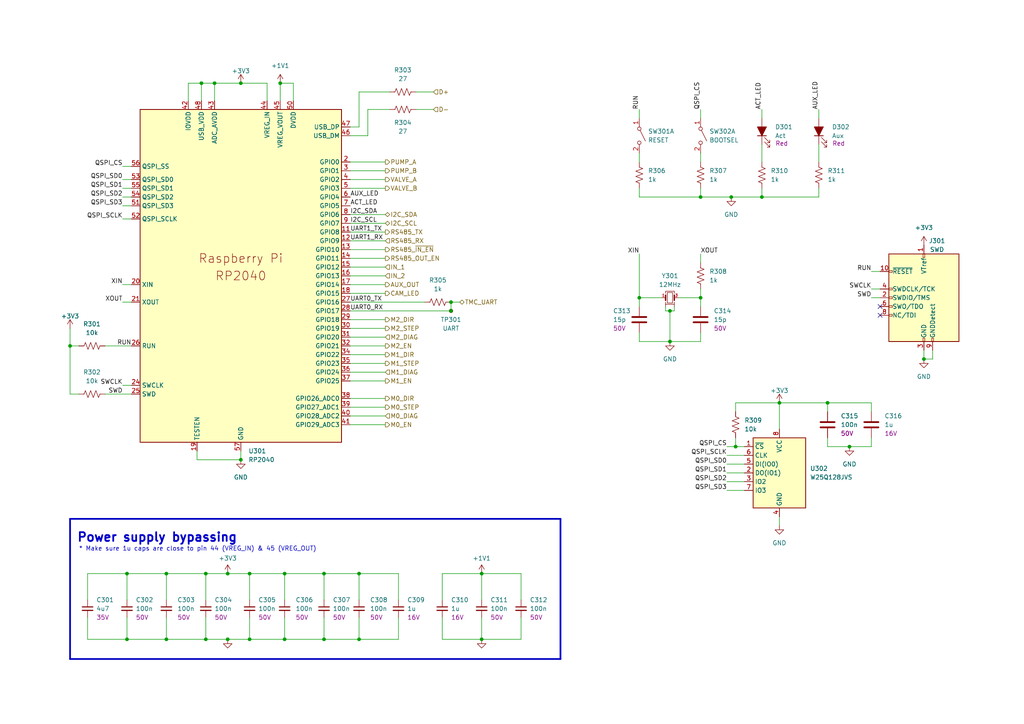
<source format=kicad_sch>
(kicad_sch (version 20230121) (generator eeschema)
  (paper "A4")
  (lib_symbols
    (symbol "Connector:Conn_ARM_JTAG_SWD_10" (pin_names (offset 1.016))
      (property "Reference" "J" (at -2.54 16.51 0))
      (property "Value" "Conn_ARM_JTAG_SWD_10" (at -2.54 13.97 0))
      (symbol "Conn_ARM_JTAG_SWD_10_0_1"
        (rectangle (start -10.16 12.7) (end 10.16 -12.7) (stroke (width 0.254)) (fill (type background)))
        (rectangle (start -2.794 -12.7) (end -2.286 -11.684))
        (rectangle (start -0.254 -12.7) (end 0.254 -11.684))
        (rectangle (start -0.254 12.7) (end 0.254 11.684))
        (rectangle (start 9.144 2.286) (end 10.16 2.794))
        (rectangle (start 10.16 -2.794) (end 9.144 -2.286))
        (rectangle (start 10.16 -0.254) (end 9.144 0.254))
        (rectangle (start 10.16 7.874) (end 9.144 7.366))
      )
      (symbol "Conn_ARM_JTAG_SWD_10_1_1"
        (rectangle (start 9.144 -5.334) (end 10.16 -4.826))
        (pin power_in line (at 0 15.24 270) (length 2.54) (name "VTref") (number "1"))
        (pin open_collector line (at 12.7 7.62 180) (length 2.54) (name "~{RESET}") (number "10"))
        (pin bidirectional line (at 12.7 0 180) (length 2.54) (name "SWDIO/TMS") (number "2"))
        (pin power_in line (at 0 -15.24 90) (length 2.54) (name "GND") (number "3"))
        (pin output line (at 12.7 2.54 180) (length 2.54) (name "SWDCLK/TCK") (number "4"))
        (pin passive line (at 0 -15.24 90) (length 2.54) hide (name "GND") (number "5"))
        (pin input line (at 12.7 -2.54 180) (length 2.54) (name "SWO/TDO") (number "6"))
        (pin no_connect line (at -10.16 0 0) (length 2.54) hide (name "KEY") (number "7"))
        (pin output line (at 12.7 -5.08 180) (length 2.54) (name "NC/TDI") (number "8"))
        (pin passive line (at -2.54 -15.24 90) (length 2.54) (name "GNDDetect") (number "9"))
      )
    )
    (symbol "Connector:TestPoint_Small" (pin_numbers hide) (pin_names (offset 0.762) hide)
      (property "Reference" "TP" (at 0 3.81 0))
      (property "Value" "TestPoint_Small" (at 0 2.032 0))
      (symbol "TestPoint_Small_0_1"
        (circle (center 0 0) (radius 0.508))
      )
      (symbol "TestPoint_Small_1_1"
        (pin passive line (at 0 0 90) (length 0) (name "1") (number "1"))
      )
    )
    (symbol "Device:C" (pin_numbers hide) (pin_names (offset 0.254))
      (property "Reference" "C" (at 0.635 2.54 0))
      (property "Value" "C" (at 0.635 -2.54 0))
      (symbol "C_0_1"
        (polyline (pts (xy -2.032 -0.762) (xy 2.032 -0.762)) (stroke (width 0.508)))
        (polyline (pts (xy -2.032 0.762) (xy 2.032 0.762)) (stroke (width 0.508)))
      )
      (symbol "C_1_1"
        (pin passive line (at 0 3.81 270) (length 2.794) (name "~") (number "1"))
        (pin passive line (at 0 -3.81 90) (length 2.794) (name "~") (number "2"))
      )
    )
    (symbol "Device:C_Small" (pin_numbers hide) (pin_names (offset 0.254) hide)
      (property "Reference" "C" (at 0.254 1.778 0))
      (property "Value" "C_Small" (at 0.254 -2.032 0))
      (symbol "C_Small_0_1"
        (polyline (pts (xy -1.524 -0.508) (xy 1.524 -0.508)) (stroke (width 0.3302)))
        (polyline (pts (xy -1.524 0.508) (xy 1.524 0.508)) (stroke (width 0.3048)))
      )
      (symbol "C_Small_1_1"
        (pin passive line (at 0 2.54 270) (length 2.032) (name "~") (number "1"))
        (pin passive line (at 0 -2.54 90) (length 2.032) (name "~") (number "2"))
      )
    )
    (symbol "Device:LED_Filled" (pin_numbers hide) (pin_names (offset 1.016) hide)
      (property "Reference" "D" (at 0 2.54 0))
      (property "Value" "LED_Filled" (at 0 -2.54 0))
      (symbol "LED_Filled_0_1"
        (polyline (pts (xy -1.27 -1.27) (xy -1.27 1.27)) (stroke (width 0.254)))
        (polyline (pts (xy -1.27 0) (xy 1.27 0)))
        (polyline (pts (xy 1.27 -1.27) (xy 1.27 1.27) (xy -1.27 0) (xy 1.27 -1.27)) (stroke (width 0.254)) (fill (type outline)))
        (polyline (pts (xy -3.048 -0.762) (xy -4.572 -2.286) (xy -3.81 -2.286) (xy -4.572 -2.286) (xy -4.572 -1.524)))
        (polyline (pts (xy -1.778 -0.762) (xy -3.302 -2.286) (xy -2.54 -2.286) (xy -3.302 -2.286) (xy -3.302 -1.524)))
      )
      (symbol "LED_Filled_1_1"
        (pin passive line (at -3.81 0 0) (length 2.54) (name "K") (number "1"))
        (pin passive line (at 3.81 0 180) (length 2.54) (name "A") (number "2"))
      )
    )
    (symbol "Device:R_US" (pin_numbers hide) (pin_names (offset 0))
      (property "Reference" "R" (at 2.54 0 90))
      (property "Value" "R_US" (at -2.54 0 90))
      (symbol "R_US_0_1"
        (polyline (pts (xy 0 -2.286) (xy 0 -2.54)))
        (polyline (pts (xy 0 2.286) (xy 0 2.54)))
        (polyline (pts (xy 0 -0.762) (xy 1.016 -1.143) (xy 0 -1.524) (xy -1.016 -1.905) (xy 0 -2.286)))
        (polyline (pts (xy 0 0.762) (xy 1.016 0.381) (xy 0 0) (xy -1.016 -0.381) (xy 0 -0.762)))
        (polyline (pts (xy 0 2.286) (xy 1.016 1.905) (xy 0 1.524) (xy -1.016 1.143) (xy 0 0.762)))
      )
      (symbol "R_US_1_1"
        (pin passive line (at 0 3.81 270) (length 1.27) (name "~") (number "1"))
        (pin passive line (at 0 -3.81 90) (length 1.27) (name "~") (number "2"))
      )
    )
    (symbol "Droid:Crystal_12MHz_4Pin" (pin_names hide)
      (property "Reference" "Y" (at 0 5.08 0))
      (property "Value" "12MHz" (at 0 0 0))
      (symbol "Crystal_12MHz_4Pin_0_1"
        (rectangle (start -0.762 -1.524) (end 0.762 1.524))
        (polyline (pts (xy -1.27 -0.762) (xy -1.27 0.762)) (stroke (width 0.381)))
        (polyline (pts (xy 1.27 -0.762) (xy 1.27 0.762)) (stroke (width 0.381)))
        (polyline (pts (xy -1.27 -1.27) (xy -1.27 -1.905) (xy 1.27 -1.905) (xy 1.27 -1.27)))
        (polyline (pts (xy -1.27 1.27) (xy -1.27 1.905) (xy 1.27 1.905) (xy 1.27 1.27)))
      )
      (symbol "Crystal_12MHz_4Pin_1_1"
        (pin passive line (at -2.54 0 0) (length 1.27) (name "1") (number "1"))
        (pin passive line (at -1.27 -2.54 90) (length 0.635) (name "2") (number "2"))
        (pin passive line (at 2.54 0 180) (length 1.27) (name "3") (number "3"))
        (pin passive line (at 1.27 -2.54 90) (length 0.635) (name "4") (number "4"))
      )
    )
    (symbol "Droid:RP2040"
      (property "Reference" "U" (at 2.54 -50.8 0))
      (property "Value" "RP2040" (at 2.54 -53.34 0))
      (symbol "RP2040_0_0"
        (text "Raspberry Pi" (at 0 5.08 0) (effects (font (size 2.54 2.54))))
        (text "RP2040" (at 0 0 0) (effects (font (size 2.54 2.54))))
      )
      (symbol "RP2040_0_1"
        (rectangle (start -29.21 48.26) (end 29.21 -48.26) (stroke (width 0.254)) (fill (type background)))
      )
      (symbol "RP2040_1_1"
        (pin power_in line (at -15.24 50.8 270) (length 2.54) hide (name "IOVDD") (number "1"))
        (pin power_in line (at -15.24 50.8 270) (length 2.54) hide (name "IOVDD") (number "10"))
        (pin bidirectional line (at 31.75 12.7 180) (length 2.54) (name "GPIO8") (number "11"))
        (pin bidirectional line (at 31.75 10.16 180) (length 2.54) (name "GPIO9") (number "12"))
        (pin bidirectional line (at 31.75 7.62 180) (length 2.54) (name "GPIO10") (number "13"))
        (pin bidirectional line (at 31.75 5.08 180) (length 2.54) (name "GPIO11") (number "14"))
        (pin bidirectional line (at 31.75 2.54 180) (length 2.54) (name "GPIO12") (number "15"))
        (pin bidirectional line (at 31.75 0 180) (length 2.54) (name "GPIO13") (number "16"))
        (pin bidirectional line (at 31.75 -2.54 180) (length 2.54) (name "GPIO14") (number "17"))
        (pin bidirectional line (at 31.75 -5.08 180) (length 2.54) (name "GPIO15") (number "18"))
        (pin passive line (at -12.7 -50.8 90) (length 2.54) (name "TESTEN") (number "19"))
        (pin bidirectional line (at 31.75 33.02 180) (length 2.54) (name "GPIO0") (number "2"))
        (pin input line (at -31.75 -2.54 0) (length 2.54) (name "XIN") (number "20"))
        (pin passive line (at -31.75 -7.62 0) (length 2.54) (name "XOUT") (number "21"))
        (pin power_in line (at -15.24 50.8 270) (length 2.54) hide (name "IOVDD") (number "22"))
        (pin power_in line (at 15.24 50.8 270) (length 2.54) hide (name "DVDD") (number "23"))
        (pin input line (at -31.75 -31.75 0) (length 2.54) (name "SWCLK") (number "24"))
        (pin bidirectional line (at -31.75 -34.29 0) (length 2.54) (name "SWD") (number "25"))
        (pin input line (at -31.75 -20.32 0) (length 2.54) (name "RUN") (number "26"))
        (pin bidirectional line (at 31.75 -7.62 180) (length 2.54) (name "GPIO16") (number "27"))
        (pin bidirectional line (at 31.75 -10.16 180) (length 2.54) (name "GPIO17") (number "28"))
        (pin bidirectional line (at 31.75 -12.7 180) (length 2.54) (name "GPIO18") (number "29"))
        (pin bidirectional line (at 31.75 30.48 180) (length 2.54) (name "GPIO1") (number "3"))
        (pin bidirectional line (at 31.75 -15.24 180) (length 2.54) (name "GPIO19") (number "30"))
        (pin bidirectional line (at 31.75 -17.78 180) (length 2.54) (name "GPIO20") (number "31"))
        (pin bidirectional line (at 31.75 -20.32 180) (length 2.54) (name "GPIO21") (number "32"))
        (pin power_in line (at -15.24 50.8 270) (length 2.54) hide (name "IOVDD") (number "33"))
        (pin bidirectional line (at 31.75 -22.86 180) (length 2.54) (name "GPIO22") (number "34"))
        (pin bidirectional line (at 31.75 -25.4 180) (length 2.54) (name "GPIO23") (number "35"))
        (pin bidirectional line (at 31.75 -27.94 180) (length 2.54) (name "GPIO24") (number "36"))
        (pin bidirectional line (at 31.75 -30.48 180) (length 2.54) (name "GPIO25") (number "37"))
        (pin bidirectional line (at 31.75 -35.56 180) (length 2.54) (name "GPIO26_ADC0") (number "38"))
        (pin bidirectional line (at 31.75 -38.1 180) (length 2.54) (name "GPIO27_ADC1") (number "39"))
        (pin bidirectional line (at 31.75 27.94 180) (length 2.54) (name "GPIO2") (number "4"))
        (pin bidirectional line (at 31.75 -40.64 180) (length 2.54) (name "GPIO28_ADC2") (number "40"))
        (pin bidirectional line (at 31.75 -43.18 180) (length 2.54) (name "GPIO29_ADC3") (number "41"))
        (pin power_in line (at -15.24 50.8 270) (length 2.54) (name "IOVDD") (number "42"))
        (pin power_in line (at -7.62 50.8 270) (length 2.54) (name "ADC_AVDD") (number "43"))
        (pin power_in line (at 7.62 50.8 270) (length 2.54) (name "VREG_IN") (number "44"))
        (pin power_out line (at 11.43 50.8 270) (length 2.54) (name "VREG_VOUT") (number "45"))
        (pin bidirectional line (at 31.75 40.64 180) (length 2.54) (name "USB_DM") (number "46"))
        (pin bidirectional line (at 31.75 43.18 180) (length 2.54) (name "USB_DP") (number "47"))
        (pin power_in line (at -11.43 50.8 270) (length 2.54) (name "USB_VDD") (number "48"))
        (pin power_in line (at -15.24 50.8 270) (length 2.54) hide (name "IOVDD") (number "49"))
        (pin bidirectional line (at 31.75 25.4 180) (length 2.54) (name "GPIO3") (number "5"))
        (pin power_in line (at 15.24 50.8 270) (length 2.54) (name "DVDD") (number "50"))
        (pin bidirectional line (at -31.75 20.32 0) (length 2.54) (name "QSPI_SD3") (number "51"))
        (pin output line (at -31.75 16.51 0) (length 2.54) (name "QSPI_SCLK") (number "52"))
        (pin bidirectional line (at -31.75 27.94 0) (length 2.54) (name "QSPI_SD0") (number "53"))
        (pin bidirectional line (at -31.75 22.86 0) (length 2.54) (name "QSPI_SD2") (number "54"))
        (pin bidirectional line (at -31.75 25.4 0) (length 2.54) (name "QSPI_SD1") (number "55"))
        (pin bidirectional line (at -31.75 31.75 0) (length 2.54) (name "QSPI_SS") (number "56"))
        (pin power_in line (at 0 -50.8 90) (length 2.54) (name "GND") (number "57"))
        (pin bidirectional line (at 31.75 22.86 180) (length 2.54) (name "GPIO4") (number "6"))
        (pin bidirectional line (at 31.75 20.32 180) (length 2.54) (name "GPIO5") (number "7"))
        (pin bidirectional line (at 31.75 17.78 180) (length 2.54) (name "GPIO6") (number "8"))
        (pin bidirectional line (at 31.75 15.24 180) (length 2.54) (name "GPIO7") (number "9"))
      )
    )
    (symbol "Memory_Flash:W25Q128JVS"
      (property "Reference" "U" (at -8.89 8.89 0))
      (property "Value" "W25Q128JVS" (at 7.62 8.89 0))
      (symbol "W25Q128JVS_0_1"
        (rectangle (start -7.62 10.16) (end 7.62 -10.16) (stroke (width 0.254)) (fill (type background)))
      )
      (symbol "W25Q128JVS_1_1"
        (pin input line (at -10.16 7.62 0) (length 2.54) (name "~{CS}") (number "1"))
        (pin bidirectional line (at -10.16 0 0) (length 2.54) (name "DO(IO1)") (number "2"))
        (pin bidirectional line (at -10.16 -2.54 0) (length 2.54) (name "IO2") (number "3"))
        (pin power_in line (at 0 -12.7 90) (length 2.54) (name "GND") (number "4"))
        (pin bidirectional line (at -10.16 2.54 0) (length 2.54) (name "DI(IO0)") (number "5"))
        (pin input line (at -10.16 5.08 0) (length 2.54) (name "CLK") (number "6"))
        (pin bidirectional line (at -10.16 -5.08 0) (length 2.54) (name "IO3") (number "7"))
        (pin power_in line (at 0 12.7 270) (length 2.54) (name "VCC") (number "8"))
      )
    )
    (symbol "Switch:SW_DPST_x2" (pin_names (offset 0) hide)
      (property "Reference" "SW" (at 0 3.175 0))
      (property "Value" "SW_DPST_x2" (at 0 -2.54 0))
      (symbol "SW_DPST_x2_0_0"
        (circle (center -2.032 0) (radius 0.508))
        (polyline (pts (xy -1.524 0.254) (xy 1.524 1.778)))
        (circle (center 2.032 0) (radius 0.508))
      )
      (symbol "SW_DPST_x2_1_1"
        (pin passive line (at -5.08 0 0) (length 2.54) (name "A") (number "1"))
        (pin passive line (at 5.08 0 180) (length 2.54) (name "B") (number "2"))
      )
      (symbol "SW_DPST_x2_2_1"
        (pin passive line (at -5.08 0 0) (length 2.54) (name "A") (number "3"))
        (pin passive line (at 5.08 0 180) (length 2.54) (name "B") (number "4"))
      )
    )
    (symbol "power:+1V1" (power) (pin_names (offset 0))
      (property "Value" "+1V1" (at 0 3.556 0))
      (symbol "+1V1_0_1"
        (polyline (pts (xy -0.762 1.27) (xy 0 2.54)))
        (polyline (pts (xy 0 0) (xy 0 2.54)))
        (polyline (pts (xy 0 2.54) (xy 0.762 1.27)))
      )
      (symbol "+1V1_1_1"
        (pin power_in line (at 0 0 90) (length 0) hide (name "+1V1") (number "1"))
      )
    )
    (symbol "power:+3V3" (power) (pin_names (offset 0))
      (property "Value" "+3V3" (at 0 3.556 0))
      (symbol "+3V3_0_1"
        (polyline (pts (xy -0.762 1.27) (xy 0 2.54)))
        (polyline (pts (xy 0 0) (xy 0 2.54)))
        (polyline (pts (xy 0 2.54) (xy 0.762 1.27)))
      )
      (symbol "+3V3_1_1"
        (pin power_in line (at 0 0 90) (length 0) hide (name "+3V3") (number "1"))
      )
    )
    (symbol "power:GND" (power) (pin_names (offset 0))
      (property "Value" "GND" (at 0 -3.81 0))
      (symbol "GND_0_1"
        (polyline (pts (xy 0 0) (xy 0 -1.27) (xy 1.27 -1.27) (xy 0 -2.54) (xy -1.27 -1.27) (xy 0 -1.27)))
      )
      (symbol "GND_1_1"
        (pin power_in line (at 0 0 270) (length 0) hide (name "GND") (number "1"))
      )
    )
  )
  (junction (at 59.69 166.37))
  (junction (at 226.06 116.84))
  (junction (at 194.31 90.17))
  (junction (at 267.97 104.14))
  (junction (at 82.55 166.37))
  (junction (at 203.2 86.36))
  (junction (at 48.26 185.42))
  (junction (at 246.38 129.54))
  (junction (at 20.32 100.33))
  (junction (at 36.83 166.37))
  (junction (at 130.81 90.17))
  (junction (at 185.42 86.36))
  (junction (at 93.98 185.42))
  (junction (at 220.98 57.15))
  (junction (at 104.14 166.37))
  (junction (at 72.39 166.37))
  (junction (at 104.14 185.42))
  (junction (at 139.7 185.42))
  (junction (at 81.28 24.13))
  (junction (at 48.26 166.37))
  (junction (at 93.98 166.37))
  (junction (at 213.36 129.54))
  (junction (at 58.42 24.13))
  (junction (at 212.09 57.15))
  (junction (at 194.31 99.06))
  (junction (at 66.04 166.37))
  (junction (at 72.39 185.42))
  (junction (at 240.03 116.84))
  (junction (at 130.81 87.63))
  (junction (at 69.85 24.13))
  (junction (at 36.83 185.42))
  (junction (at 69.85 133.35))
  (junction (at 139.7 166.37))
  (junction (at 203.2 57.15))
  (junction (at 66.04 185.42))
  (junction (at 59.69 185.42))
  (junction (at 62.23 24.13))
  (junction (at 82.55 185.42))
  (no_connect (at 255.27 88.9))
  (no_connect (at 255.27 91.44))
  (wire (pts (xy 220.98 57.15) (xy 212.09 57.15)))
  (wire (pts (xy 185.42 86.36) (xy 191.77 86.36)))
  (wire (pts (xy 48.26 166.37) (xy 48.26 173.99)))
  (wire (pts (xy 48.26 179.07) (xy 48.26 185.42)))
  (wire (pts (xy 246.38 129.54) (xy 252.73 129.54)))
  (wire (pts (xy 101.6 100.33) (xy 111.76 100.33)))
  (wire (pts (xy 101.6 49.53) (xy 111.76 49.53)))
  (wire (pts (xy 101.6 74.93) (xy 111.76 74.93)))
  (wire (pts (xy 59.69 179.07) (xy 59.69 185.42)))
  (wire (pts (xy 101.6 85.09) (xy 111.76 85.09)))
  (wire (pts (xy 252.73 116.84) (xy 240.03 116.84)))
  (wire (pts (xy 35.56 57.15) (xy 38.1 57.15)))
  (wire (pts (xy 58.42 24.13) (xy 62.23 24.13)))
  (wire (pts (xy 203.2 83.82) (xy 203.2 86.36)))
  (wire (pts (xy 226.06 116.84) (xy 240.03 116.84)))
  (wire (pts (xy 72.39 179.07) (xy 72.39 185.42)))
  (wire (pts (xy 36.83 185.42) (xy 25.4 185.42)))
  (wire (pts (xy 59.69 166.37) (xy 59.69 173.99)))
  (wire (pts (xy 57.15 133.35) (xy 69.85 133.35)))
  (wire (pts (xy 82.55 179.07) (xy 82.55 185.42)))
  (wire (pts (xy 203.2 44.45) (xy 203.2 46.99)))
  (wire (pts (xy 151.13 179.07) (xy 151.13 185.42)))
  (wire (pts (xy 139.7 166.37) (xy 139.7 173.99)))
  (wire (pts (xy 213.36 127) (xy 213.36 129.54)))
  (wire (pts (xy 93.98 166.37) (xy 104.14 166.37)))
  (wire (pts (xy 101.6 120.65) (xy 111.76 120.65)))
  (wire (pts (xy 93.98 166.37) (xy 93.98 173.99)))
  (wire (pts (xy 35.56 111.76) (xy 38.1 111.76)))
  (wire (pts (xy 193.04 90.17) (xy 194.31 90.17)))
  (wire (pts (xy 69.85 24.13) (xy 77.47 24.13)))
  (wire (pts (xy 35.56 52.07) (xy 38.1 52.07)))
  (wire (pts (xy 115.57 179.07) (xy 115.57 185.42)))
  (wire (pts (xy 48.26 185.42) (xy 59.69 185.42)))
  (wire (pts (xy 240.03 129.54) (xy 246.38 129.54)))
  (wire (pts (xy 203.2 86.36) (xy 203.2 88.9)))
  (wire (pts (xy 252.73 119.38) (xy 252.73 116.84)))
  (wire (pts (xy 210.82 137.16) (xy 215.9 137.16)))
  (wire (pts (xy 81.28 24.13) (xy 81.28 29.21)))
  (wire (pts (xy 185.42 99.06) (xy 194.31 99.06)))
  (wire (pts (xy 151.13 185.42) (xy 139.7 185.42)))
  (wire (pts (xy 101.6 105.41) (xy 111.76 105.41)))
  (wire (pts (xy 101.6 69.85) (xy 111.76 69.85)))
  (wire (pts (xy 77.47 29.21) (xy 77.47 24.13)))
  (wire (pts (xy 101.6 90.17) (xy 130.81 90.17)))
  (wire (pts (xy 82.55 166.37) (xy 82.55 173.99)))
  (wire (pts (xy 66.04 166.37) (xy 72.39 166.37)))
  (wire (pts (xy 48.26 185.42) (xy 36.83 185.42)))
  (wire (pts (xy 185.42 54.61) (xy 185.42 57.15)))
  (wire (pts (xy 237.49 31.75) (xy 237.49 34.29)))
  (wire (pts (xy 57.15 130.81) (xy 57.15 133.35)))
  (wire (pts (xy 101.6 110.49) (xy 111.76 110.49)))
  (wire (pts (xy 69.85 130.81) (xy 69.85 133.35)))
  (wire (pts (xy 240.03 119.38) (xy 240.03 116.84)))
  (wire (pts (xy 252.73 86.36) (xy 255.27 86.36)))
  (wire (pts (xy 101.6 52.07) (xy 111.76 52.07)))
  (wire (pts (xy 101.6 64.77) (xy 111.76 64.77)))
  (wire (pts (xy 101.6 102.87) (xy 111.76 102.87)))
  (wire (pts (xy 203.2 73.66) (xy 203.2 76.2)))
  (wire (pts (xy 220.98 57.15) (xy 237.49 57.15)))
  (wire (pts (xy 101.6 87.63) (xy 123.19 87.63)))
  (wire (pts (xy 101.6 82.55) (xy 111.76 82.55)))
  (wire (pts (xy 35.56 82.55) (xy 38.1 82.55)))
  (wire (pts (xy 210.82 134.62) (xy 215.9 134.62)))
  (wire (pts (xy 104.14 166.37) (xy 104.14 173.99)))
  (wire (pts (xy 101.6 95.25) (xy 111.76 95.25)))
  (wire (pts (xy 35.56 63.5) (xy 38.1 63.5)))
  (wire (pts (xy 120.65 31.75) (xy 125.73 31.75)))
  (wire (pts (xy 270.51 101.6) (xy 270.51 104.14)))
  (wire (pts (xy 220.98 31.75) (xy 220.98 34.29)))
  (wire (pts (xy 128.27 166.37) (xy 128.27 173.99)))
  (wire (pts (xy 101.6 77.47) (xy 111.76 77.47)))
  (wire (pts (xy 35.56 54.61) (xy 38.1 54.61)))
  (wire (pts (xy 66.04 185.42) (xy 72.39 185.42)))
  (wire (pts (xy 62.23 24.13) (xy 69.85 24.13)))
  (wire (pts (xy 115.57 185.42) (xy 104.14 185.42)))
  (wire (pts (xy 22.86 114.3) (xy 20.32 114.3)))
  (wire (pts (xy 93.98 185.42) (xy 104.14 185.42)))
  (wire (pts (xy 101.6 107.95) (xy 111.76 107.95)))
  (wire (pts (xy 151.13 166.37) (xy 151.13 173.99)))
  (wire (pts (xy 226.06 116.84) (xy 226.06 124.46)))
  (wire (pts (xy 72.39 166.37) (xy 72.39 173.99)))
  (wire (pts (xy 20.32 95.25) (xy 20.32 100.33)))
  (wire (pts (xy 106.68 39.37) (xy 106.68 31.75)))
  (wire (pts (xy 210.82 142.24) (xy 215.9 142.24)))
  (wire (pts (xy 54.61 24.13) (xy 58.42 24.13)))
  (wire (pts (xy 101.6 115.57) (xy 111.76 115.57)))
  (wire (pts (xy 195.58 90.17) (xy 194.31 90.17)))
  (wire (pts (xy 104.14 179.07) (xy 104.14 185.42)))
  (wire (pts (xy 237.49 54.61) (xy 237.49 57.15)))
  (wire (pts (xy 101.6 92.71) (xy 111.76 92.71)))
  (wire (pts (xy 185.42 31.75) (xy 185.42 34.29)))
  (wire (pts (xy 35.56 48.26) (xy 38.1 48.26)))
  (wire (pts (xy 25.4 166.37) (xy 36.83 166.37)))
  (wire (pts (xy 139.7 185.42) (xy 128.27 185.42)))
  (wire (pts (xy 25.4 185.42) (xy 25.4 179.07)))
  (wire (pts (xy 267.97 104.14) (xy 270.51 104.14)))
  (wire (pts (xy 240.03 127) (xy 240.03 129.54)))
  (wire (pts (xy 210.82 129.54) (xy 213.36 129.54)))
  (wire (pts (xy 72.39 185.42) (xy 82.55 185.42)))
  (wire (pts (xy 196.85 86.36) (xy 203.2 86.36)))
  (wire (pts (xy 25.4 166.37) (xy 25.4 173.99)))
  (wire (pts (xy 185.42 96.52) (xy 185.42 99.06)))
  (wire (pts (xy 93.98 179.07) (xy 93.98 185.42)))
  (wire (pts (xy 120.65 26.67) (xy 125.73 26.67)))
  (wire (pts (xy 220.98 41.91) (xy 220.98 46.99)))
  (wire (pts (xy 36.83 179.07) (xy 36.83 185.42)))
  (wire (pts (xy 101.6 80.01) (xy 111.76 80.01)))
  (wire (pts (xy 226.06 149.86) (xy 226.06 152.4)))
  (wire (pts (xy 185.42 86.36) (xy 185.42 88.9)))
  (polyline (pts (xy 20.32 150.495) (xy 20.32 191.135)) (stroke (width 0.5) (type solid)))
  (wire (pts (xy 101.6 54.61) (xy 111.76 54.61)))
  (wire (pts (xy 72.39 166.37) (xy 82.55 166.37)))
  (wire (pts (xy 104.14 36.83) (xy 104.14 26.67)))
  (wire (pts (xy 20.32 100.33) (xy 22.86 100.33)))
  (wire (pts (xy 252.73 127) (xy 252.73 129.54)))
  (wire (pts (xy 101.6 97.79) (xy 111.76 97.79)))
  (wire (pts (xy 193.04 88.9) (xy 193.04 90.17)))
  (wire (pts (xy 101.6 67.31) (xy 111.76 67.31)))
  (wire (pts (xy 106.68 31.75) (xy 113.03 31.75)))
  (wire (pts (xy 203.2 99.06) (xy 194.31 99.06)))
  (wire (pts (xy 104.14 36.83) (xy 101.6 36.83)))
  (wire (pts (xy 203.2 57.15) (xy 212.09 57.15)))
  (polyline (pts (xy 20.32 150.495) (xy 162.56 150.495)) (stroke (width 0.5) (type solid)))
  (wire (pts (xy 203.2 31.75) (xy 203.2 34.29)))
  (wire (pts (xy 185.42 44.45) (xy 185.42 46.99)))
  (polyline (pts (xy 162.56 150.495) (xy 162.56 191.135)) (stroke (width 0.5) (type solid)))
  (wire (pts (xy 101.6 46.99) (xy 111.76 46.99)))
  (wire (pts (xy 213.36 116.84) (xy 226.06 116.84)))
  (wire (pts (xy 210.82 132.08) (xy 215.9 132.08)))
  (wire (pts (xy 104.14 166.37) (xy 115.57 166.37)))
  (wire (pts (xy 82.55 166.37) (xy 93.98 166.37)))
  (wire (pts (xy 62.23 24.13) (xy 62.23 29.21)))
  (wire (pts (xy 115.57 166.37) (xy 115.57 173.99)))
  (wire (pts (xy 48.26 166.37) (xy 59.69 166.37)))
  (wire (pts (xy 203.2 96.52) (xy 203.2 99.06)))
  (wire (pts (xy 85.09 24.13) (xy 81.28 24.13)))
  (wire (pts (xy 66.04 166.37) (xy 59.69 166.37)))
  (wire (pts (xy 139.7 179.07) (xy 139.7 185.42)))
  (wire (pts (xy 130.81 87.63) (xy 130.81 90.17)))
  (wire (pts (xy 20.32 100.33) (xy 20.32 114.3)))
  (wire (pts (xy 35.56 87.63) (xy 38.1 87.63)))
  (wire (pts (xy 185.42 73.66) (xy 185.42 86.36)))
  (wire (pts (xy 267.97 101.6) (xy 267.97 104.14)))
  (wire (pts (xy 35.56 59.69) (xy 38.1 59.69)))
  (wire (pts (xy 59.69 185.42) (xy 66.04 185.42)))
  (wire (pts (xy 30.48 100.33) (xy 38.1 100.33)))
  (wire (pts (xy 213.36 119.38) (xy 213.36 116.84)))
  (wire (pts (xy 252.73 83.82) (xy 255.27 83.82)))
  (wire (pts (xy 128.27 179.07) (xy 128.27 185.42)))
  (wire (pts (xy 36.83 166.37) (xy 36.83 173.99)))
  (wire (pts (xy 101.6 62.23) (xy 111.76 62.23)))
  (wire (pts (xy 220.98 54.61) (xy 220.98 57.15)))
  (wire (pts (xy 101.6 39.37) (xy 106.68 39.37)))
  (wire (pts (xy 104.14 26.67) (xy 113.03 26.67)))
  (wire (pts (xy 194.31 90.17) (xy 194.31 99.06)))
  (wire (pts (xy 58.42 24.13) (xy 58.42 29.21)))
  (wire (pts (xy 36.83 166.37) (xy 48.26 166.37)))
  (wire (pts (xy 128.27 166.37) (xy 139.7 166.37)))
  (wire (pts (xy 139.7 166.37) (xy 151.13 166.37)))
  (wire (pts (xy 82.55 185.42) (xy 93.98 185.42)))
  (wire (pts (xy 101.6 118.11) (xy 111.76 118.11)))
  (wire (pts (xy 185.42 57.15) (xy 203.2 57.15)))
  (wire (pts (xy 252.73 78.74) (xy 255.27 78.74)))
  (wire (pts (xy 54.61 29.21) (xy 54.61 24.13)))
  (wire (pts (xy 203.2 54.61) (xy 203.2 57.15)))
  (wire (pts (xy 213.36 129.54) (xy 215.9 129.54)))
  (wire (pts (xy 30.48 114.3) (xy 38.1 114.3)))
  (wire (pts (xy 210.82 139.7) (xy 215.9 139.7)))
  (wire (pts (xy 101.6 123.19) (xy 111.76 123.19)))
  (polyline (pts (xy 162.56 191.135) (xy 20.32 191.135)) (stroke (width 0.5) (type solid)))
  (wire (pts (xy 237.49 41.91) (xy 237.49 46.99)))
  (wire (pts (xy 130.81 87.63) (xy 133.35 87.63)))
  (wire (pts (xy 101.6 72.39) (xy 111.76 72.39)))
  (wire (pts (xy 85.09 29.21) (xy 85.09 24.13)))
  (wire (pts (xy 195.58 88.9) (xy 195.58 90.17)))
  (text "* Make sure 1u caps are close to pin 44 (VREG_IN) & 45 (VREG_OUT)" (at 22.86 160.02 0) (effects (font (size 1.27 1.27)) (justify left bottom)))
  (text "Power supply bypassing" (at 22.225 157.48 0) (effects (font (size 2.54 2.54) bold) (justify left bottom)))
  (label "ACT_LED" (at 101.6 59.69 0))
  (label "QSPI_SD3" (at 210.82 142.24 180))
  (label "I2C_SCL" (at 101.6 64.77 0))
  (label "QSPI_SD2" (at 35.56 57.15 180))
  (label "UART1_RX" (at 101.6 69.85 0))
  (label "QSPI_CS" (at 203.2 31.75 90))
  (label "QSPI_SD0" (at 210.82 134.62 180))
  (label "AUX_LED" (at 237.49 31.75 90))
  (label "XIN" (at 35.56 82.55 180))
  (label "XIN" (at 185.42 73.66 180))
  (label "I2C_SDA" (at 101.6 62.23 0))
  (label "UART0_TX" (at 101.6 87.63 0))
  (label "QSPI_SCLK" (at 210.82 132.08 180))
  (label "XOUT" (at 35.56 87.63 180))
  (label "QSPI_CS" (at 35.56 48.26 180))
  (label "SWD" (at 252.73 86.36 180))
  (label "UART1_TX" (at 101.6 67.31 0))
  (label "QSPI_SD3" (at 35.56 59.69 180))
  (label "XOUT" (at 203.2 73.66 0))
  (label "QSPI_CS" (at 210.82 129.54 180))
  (label "ACT_LED" (at 220.98 31.75 90))
  (label "RUN" (at 38.1 100.33 180))
  (label "SWCLK" (at 252.73 83.82 180))
  (label "SWD" (at 35.56 114.3 180))
  (label "RUN" (at 185.42 31.75 90))
  (label "AUX_LED" (at 101.6 57.15 0))
  (label "QSPI_SD1" (at 35.56 54.61 180))
  (label "UART0_RX" (at 101.6 90.17 0))
  (label "QSPI_SCLK" (at 35.56 63.5 180))
  (label "QSPI_SD0" (at 35.56 52.07 180))
  (label "QSPI_SD1" (at 210.82 137.16 180))
  (label "QSPI_SD2" (at 210.82 139.7 180))
  (label "RUN" (at 252.73 78.74 180))
  (label "SWCLK" (at 35.56 111.76 180))
  (hierarchical_label "M1_EN" (shape output) (at 111.76 110.49 0))
  (hierarchical_label "M2_DIAG" (shape input) (at 111.76 97.79 0))
  (hierarchical_label "M2_STEP" (shape output) (at 111.76 95.25 0))
  (hierarchical_label "M0_EN" (shape output) (at 111.76 123.19 0))
  (hierarchical_label "M2_EN" (shape output) (at 111.76 100.33 0))
  (hierarchical_label "RS485_TX" (shape output) (at 111.76 67.31 0))
  (hierarchical_label "I2C_SDA" (shape bidirectional) (at 111.76 62.23 0))
  (hierarchical_label "VALVE_A" (shape output) (at 111.76 52.07 0))
  (hierarchical_label "CAM_LED" (shape output) (at 111.76 85.09 0))
  (hierarchical_label "M2_DIR" (shape output) (at 111.76 92.71 0))
  (hierarchical_label "M0_DIR" (shape output) (at 111.76 115.57 0))
  (hierarchical_label "AUX_OUT" (shape output) (at 111.76 82.55 0))
  (hierarchical_label "D+" (shape input) (at 125.73 26.67 0))
  (hierarchical_label "I2C_SCL" (shape bidirectional) (at 111.76 64.77 0))
  (hierarchical_label "PUMP_A" (shape output) (at 111.76 46.99 0))
  (hierarchical_label "IN_1" (shape input) (at 111.76 77.47 0))
  (hierarchical_label "D-" (shape input) (at 125.73 31.75 0))
  (hierarchical_label "M1_STEP" (shape output) (at 111.76 105.41 0))
  (hierarchical_label "RS485_OUT_EN" (shape output) (at 111.76 74.93 0))
  (hierarchical_label "PUMP_B" (shape output) (at 111.76 49.53 0))
  (hierarchical_label "TMC_UART" (shape bidirectional) (at 133.35 87.63 0))
  (hierarchical_label "VALVE_B" (shape output) (at 111.76 54.61 0))
  (hierarchical_label "M1_DIAG" (shape input) (at 111.76 107.95 0))
  (hierarchical_label "RS485_RX" (shape input) (at 111.76 69.85 0))
  (hierarchical_label "M0_DIAG" (shape input) (at 111.76 120.65 0))
  (hierarchical_label "IN_2" (shape input) (at 111.76 80.01 0))
  (hierarchical_label "RS485_~{IN_EN}" (shape output) (at 111.76 72.39 0))
  (hierarchical_label "M0_STEP" (shape output) (at 111.76 118.11 0))
  (hierarchical_label "M1_DIR" (shape output) (at 111.76 102.87 0))
  (symbol (lib_id "power:GND") (at 139.7 185.42 0) (unit 1)
    (property "Reference" "#PWR0308" (effects hide))
    (property "Value" "GND" (effects hide))
  )
  (symbol (lib_id "Device:C_Small") (at 25.4 176.53 0) (unit 1)
    (property "Reference" "C301" (at 27.94 173.9962 0) (effects (justify left)))
    (property "Value" "4u7" (at 27.94 176.5362 0) (effects (justify left)))
    (property "Footprint" "Droid:C_0603_HandSolder" (effects hide))
    (property "mpn" "GRM188R6YA475KE15D" (effects hide))
    (property "Rating" "35V" (at 27.94 179.0762 0) (effects (justify left)))
  )
  (symbol (lib_id "power:+3V3") (at 267.97 71.12 0) (unit 1)
    (property "Reference" "#PWR0314" (effects hide))
    (property "Value" "+3V3" (at 267.97 66.04 0))
  )
  (symbol (lib_id "Device:R_US") (at 203.2 80.01 0) (unit 1)
    (property "Reference" "R308" (at 205.74 78.74 0) (effects (justify left)))
    (property "Value" "1k" (at 205.74 81.28 0) (effects (justify left)))
    (property "Footprint" "Droid:R_0603_HandSolder" (effects hide))
    (property "mpn" "RMCF0603JT1K00" (effects hide))
    (property "Rating" "100mw" (effects hide))
  )
  (symbol (lib_id "Memory_Flash:W25Q128JVS") (at 226.06 137.16 0) (unit 1)
    (property "Reference" "U302" (at 234.95 135.89 0) (effects (justify left)))
    (property "Value" "W25Q128JVS" (at 234.95 138.43 0) (effects (justify left)))
    (property "Footprint" "Package_SO:SOIC-8_5.23x5.23mm_P1.27mm" (effects hide))
    (property "Datasheet" "http://www.winbond.com/resource-files/w25q128jv_dtr%20revc%2003272018%20plus.pdf" (effects hide))
    (property "mpn" "W25Q128JVSIQ" (effects hide))
  )
  (symbol (lib_id "Connector:Conn_ARM_JTAG_SWD_10") (at 267.97 86.36 0) (mirror y) (unit 1)
    (property "Reference" "J301" (at 271.78 69.85 0))
    (property "Value" "SWD" (at 271.78 72.39 0))
    (property "Footprint" "Connector_PinHeader_1.27mm:PinHeader_2x05_P1.27mm_Vertical_SMD" (effects hide))
    (property "Datasheet" "http://infocenter.arm.com/help/topic/com.arm.doc.ddi0314h/DDI0314H_coresight_components_trm.pdf" (effects hide))
    (property "mpn" "20021121-00010C4LF" (effects hide))
  )
  (symbol (lib_id "Device:R_US") (at 127 87.63 90) (unit 1)
    (property "Reference" "R305" (at 127 81.28 90))
    (property "Value" "1k" (at 127 83.82 90))
    (property "Footprint" "Droid:R_0603_HandSolder" (effects hide))
    (property "mpn" "RMCF0603JT1K00" (effects hide))
    (property "Rating" "100mw" (effects hide))
  )
  (symbol (lib_id "Switch:SW_DPST_x2") (at 203.2 39.37 270) (unit 1)
    (property "Reference" "SW302" (at 205.74 38.1 90) (effects (justify left)))
    (property "Value" "BOOTSEL" (at 205.74 40.64 90) (effects (justify left)))
    (property "Footprint" "Droid:Tactile_Switch_4.2mm" (effects hide))
    (property "mpn" "PTS810 SJK 250 SMTR LFS" (effects hide))
  )
  (symbol (lib_id "power:+1V1") (at 81.28 24.13 0) (unit 1)
    (property "Reference" "#PWR0306" (effects hide))
    (property "Value" "+1V1" (at 81.28 19.05 0))
  )
  (symbol (lib_id "Device:R_US") (at 185.42 50.8 0) (unit 1)
    (property "Reference" "R306" (at 187.96 49.53 0) (effects (justify left)))
    (property "Value" "1k" (at 187.96 52.07 0) (effects (justify left)))
    (property "Footprint" "Droid:R_0603_HandSolder" (effects hide))
    (property "mpn" "RMCF0603JT1K00" (effects hide))
    (property "Rating" "100mw" (effects hide))
  )
  (symbol (lib_id "Device:R_US") (at 26.67 100.33 90) (unit 1)
    (property "Reference" "R301" (at 26.67 93.98 90))
    (property "Value" "10k" (at 26.67 96.52 90))
    (property "Footprint" "Droid:R_0603_HandSolder" (effects hide))
    (property "mpn" "RMCF0603FT10K0" (effects hide))
    (property "Rating" "100mw" (effects hide))
  )
  (symbol (lib_id "Device:C_Small") (at 36.83 176.53 0) (unit 1)
    (property "Reference" "C302" (at 39.37 173.9962 0) (effects (justify left)))
    (property "Value" "100n" (at 39.37 176.5362 0) (effects (justify left)))
    (property "Footprint" "Droid:C_0603_HandSolder" (effects hide))
    (property "Rating" "50V" (at 39.37 179.0762 0) (effects (justify left)))
    (property "mpn" "CL10B104KB8NNNC" (effects hide))
  )
  (symbol (lib_id "Device:C") (at 203.2 92.71 0) (unit 1)
    (property "Reference" "C314" (at 207.01 90.17 0) (effects (justify left)))
    (property "Value" "15p" (at 207.01 92.71 0) (effects (justify left)))
    (property "Footprint" "Droid:C_0603_HandSolder" (effects hide))
    (property "mpn" "0603N150F500CT" (effects hide))
    (property "Rating" "50V" (at 207.01 95.25 0) (effects (justify left)))
  )
  (symbol (lib_id "power:GND") (at 194.31 99.06 0) (unit 1)
    (property "Reference" "#PWR0309" (effects hide))
    (property "Value" "GND" (at 194.31 104.14 0))
  )
  (symbol (lib_id "Device:LED_Filled") (at 237.49 38.1 90) (unit 1)
    (property "Reference" "D302" (at 241.3 36.83 90) (effects (justify right)))
    (property "Value" "Aux" (at 241.3 39.37 90) (effects (justify right)))
    (property "Footprint" "Droid:LED_0805_LiteOn" (effects hide))
    (property "mpn" "APT2012EC" (effects hide))
    (property "Rating" "Red" (at 245.11 41.5925 90) (effects (justify left)))
  )
  (symbol (lib_id "Device:R_US") (at 26.67 114.3 270) (unit 1)
    (property "Reference" "R302" (at 26.67 107.95 90))
    (property "Value" "10k" (at 26.67 110.49 90))
    (property "Footprint" "Droid:R_0603_HandSolder" (effects hide))
    (property "mpn" "RMCF0603FT10K0" (effects hide))
    (property "Rating" "100mw" (effects hide))
  )
  (symbol (lib_id "power:+3V3") (at 20.32 95.25 0) (unit 1)
    (property "Reference" "#PWR0301" (effects hide))
    (property "Value" "+3V3" (at 20.32 91.694 0))
  )
  (symbol (lib_id "Device:R_US") (at 237.49 50.8 0) (unit 1)
    (property "Reference" "R311" (at 240.03 49.53 0) (effects (justify left)))
    (property "Value" "1k" (at 240.03 52.07 0) (effects (justify left)))
    (property "Footprint" "Droid:R_0603_HandSolder" (effects hide))
    (property "mpn" "RMCF0603JT1K00" (effects hide))
    (property "Rating" "100mw" (effects hide))
  )
  (symbol (lib_id "power:GND") (at 267.97 104.14 0) (unit 1)
    (property "Reference" "#PWR0315" (effects hide))
    (property "Value" "GND" (at 267.97 109.22 0))
  )
  (symbol (lib_id "power:+1V1") (at 139.7 166.37 0) (unit 1)
    (property "Reference" "#PWR0307" (effects hide))
    (property "Value" "+1V1" (at 139.7 161.925 0))
  )
  (symbol (lib_id "power:+3V3") (at 66.04 166.37 0) (unit 1)
    (property "Reference" "#PWR0302" (effects hide))
    (property "Value" "+3V3" (at 66.04 161.925 0))
    (instances (project "movertron" (path "" (reference "#PWR0302") (unit 1))) (project "starfish" (path "" (reference "#PWR0305") (unit 1))))
  )
  (symbol (lib_id "power:GND") (at 246.38 129.54 0) (unit 1)
    (property "Reference" "#PWR0313" (effects hide))
    (property "Value" "GND" (at 246.38 134.62 0))
  )
  (symbol (lib_id "Device:C_Small") (at 115.57 176.53 0) (unit 1)
    (property "Reference" "C309" (at 118.11 173.9962 0) (effects (justify left)))
    (property "Value" "1u" (at 118.11 176.5362 0) (effects (justify left)))
    (property "Footprint" "Droid:C_0603_HandSolder" (effects hide))
    (property "Rating" "16V" (at 118.11 179.0762 0) (effects (justify left)))
    (property "mpn" "CL10B105MO8NNWC" (effects hide))
  )
  (symbol (lib_id "power:GND") (at 212.09 57.15 0) (unit 1)
    (property "Reference" "#PWR0310" (effects hide))
    (property "Value" "GND" (at 212.09 62.23 0))
  )
  (symbol (lib_id "Connector:TestPoint_Small") (at 130.81 90.17 0) (unit 1)
    (property "Reference" "TP301" (at 130.81 92.71 0))
    (property "Value" "UART" (at 130.81 95.25 0))
    (property "Footprint" "TestPoint:TestPoint_Pad_1.0x1.0mm" (effects hide))
  )
  (symbol (lib_id "Device:C_Small") (at 48.26 176.53 0) (unit 1)
    (property "Reference" "C303" (at 51.435 173.9962 0) (effects (justify left)))
    (property "Value" "100n" (at 51.435 176.5362 0) (effects (justify left)))
    (property "Footprint" "Droid:C_0603_HandSolder" (effects hide))
    (property "Rating" "50V" (at 51.435 179.0762 0) (effects (justify left)))
    (property "mpn" "CL10B104KB8NNNC" (effects hide))
  )
  (symbol (lib_id "Device:R_US") (at 220.98 50.8 0) (unit 1)
    (property "Reference" "R310" (at 223.52 49.53 0) (effects (justify left)))
    (property "Value" "1k" (at 223.52 52.07 0) (effects (justify left)))
    (property "Footprint" "Droid:R_0603_HandSolder" (effects hide))
    (property "mpn" "RMCF0603JT1K00" (effects hide))
    (property "Rating" "100mw" (effects hide))
  )
  (symbol (lib_id "power:+3V3") (at 226.06 116.84 0) (unit 1)
    (property "Reference" "#PWR0311" (effects hide))
    (property "Value" "+3V3" (at 226.06 113.284 0))
  )
  (symbol (lib_id "Droid:RP2040") (at 69.85 80.01 0) (unit 1)
    (property "Reference" "U301" (at 72.0441 130.81 0) (effects (justify left)))
    (property "Value" "RP2040" (at 72.0441 133.35 0) (effects (justify left)))
    (property "Footprint" "Droid:RP2040_QFN-56" (effects hide))
    (property "Datasheet" "https://datasheets.raspberrypi.com/rp2040/rp2040-datasheet.pdf" (effects hide))
    (property "mpn" "SC0914(13)" (effects hide))
  )
  (symbol (lib_id "Droid:Crystal_12MHz_4Pin") (at 194.31 86.36 0) (unit 1)
    (property "Reference" "Y301" (at 194.31 80.01 0))
    (property "Value" "12MHz" (at 194.31 82.55 0))
    (property "Footprint" "Droid:Cryrstal_SMD_ABRACON_ABMM-4Pin_7.0x5.0mm" (effects hide))
    (property "Datasheet" "https://www.mouser.de/datasheet/2/3/ABMM-1774775.pdf" (effects hide))
    (property "mpn" "ABMM-12.000MHZ-B2-T " (effects hide))
  )
  (symbol (lib_id "Device:C_Small") (at 93.98 176.53 0) (unit 1)
    (property "Reference" "C307" (at 96.52 173.9962 0) (effects (justify left)))
    (property "Value" "100n" (at 96.52 176.5362 0) (effects (justify left)))
    (property "Footprint" "Droid:C_0603_HandSolder" (effects hide))
    (property "Rating" "50V" (at 96.52 179.0762 0) (effects (justify left)))
    (property "mpn" "CL10B104KB8NNNC" (effects hide))
  )
  (symbol (lib_id "power:GND") (at 66.04 185.42 0) (unit 1)
    (property "Reference" "#PWR0303" (effects hide))
    (property "Value" "GND" (effects hide))
    (instances (project "movertron" (path "" (reference "#PWR0303") (unit 1))) (project "starfish" (path "" (reference "#PWR0306") (unit 1))))
  )
  (symbol (lib_id "Device:C_Small") (at 104.14 176.53 0) (unit 1)
    (property "Reference" "C308" (at 107.315 173.9962 0) (effects (justify left)))
    (property "Value" "100n" (at 107.315 176.5362 0) (effects (justify left)))
    (property "Footprint" "Droid:C_0603_HandSolder" (effects hide))
    (property "Rating" "50V" (at 107.315 179.0762 0) (effects (justify left)))
    (property "mpn" "CL10B104KB8NNNC" (effects hide))
  )
  (symbol (lib_id "Device:R_US") (at 116.84 26.67 90) (unit 1)
    (property "Reference" "R303" (at 116.84 20.32 90))
    (property "Value" "27" (at 116.84 22.86 90))
    (property "Footprint" "Droid:R_0603_HandSolder" (effects hide))
    (property "mpn" "RC0402FR-0727RL" (effects hide))
  )
  (symbol (lib_id "Device:C") (at 185.42 92.71 0) (unit 1)
    (property "Reference" "C313" (at 177.8 90.17 0) (effects (justify left)))
    (property "Value" "15p" (at 177.8 92.71 0) (effects (justify left)))
    (property "Footprint" "Droid:C_0603_HandSolder" (effects hide))
    (property "mpn" "0603N150F500CT" (effects hide))
    (property "Rating" "50V" (at 177.8 95.25 0) (effects (justify left)))
  )
  (symbol (lib_id "Device:C_Small") (at 82.55 176.53 0) (unit 1)
    (property "Reference" "C306" (at 85.725 173.9962 0) (effects (justify left)))
    (property "Value" "100n" (at 85.725 176.5362 0) (effects (justify left)))
    (property "Footprint" "Droid:C_0603_HandSolder" (effects hide))
    (property "Rating" "50V" (at 85.725 179.0762 0) (effects (justify left)))
    (property "mpn" "CL10B104KB8NNNC" (effects hide))
  )
  (symbol (lib_id "Device:C_Small") (at 128.27 176.53 0) (unit 1)
    (property "Reference" "C310" (at 130.81 173.9962 0) (effects (justify left)))
    (property "Value" "1u" (at 130.81 176.5362 0) (effects (justify left)))
    (property "Footprint" "Droid:C_0603_HandSolder" (effects hide))
    (property "Rating" "16V" (at 130.81 179.0762 0) (effects (justify left)))
    (property "mpn" "CL10B105MO8NNWC" (effects hide))
  )
  (symbol (lib_id "Device:C_Small") (at 139.7 176.53 0) (unit 1)
    (property "Reference" "C311" (at 142.24 173.9962 0) (effects (justify left)))
    (property "Value" "100n" (at 142.24 176.5362 0) (effects (justify left)))
    (property "Footprint" "Droid:C_0603_HandSolder" (effects hide))
    (property "Rating" "50V" (at 142.24 179.0762 0) (effects (justify left)))
    (property "mpn" "CL10B104KB8NNNC" (effects hide))
  )
  (symbol (lib_id "Device:C") (at 240.03 123.19 0) (unit 1)
    (property "Reference" "C315" (at 243.84 120.65 0) (effects (justify left)))
    (property "Value" "100n" (at 243.84 123.19 0) (effects (justify left)))
    (property "Footprint" "Droid:C_0603_HandSolder" (effects hide))
    (property "mpn" "CL10B104KB8NNNC" (effects hide))
    (property "Rating" "50V" (at 243.84 125.73 0) (effects (justify left)))
  )
  (symbol (lib_id "Device:LED_Filled") (at 220.98 38.1 90) (unit 1)
    (property "Reference" "D301" (at 224.79 36.83 90) (effects (justify right)))
    (property "Value" "Act" (at 224.79 39.37 90) (effects (justify right)))
    (property "Footprint" "Droid:LED_0805_LiteOn" (effects hide))
    (property "mpn" "APT2012EC" (effects hide))
    (property "Rating" "Red" (at 228.6 41.5925 90) (effects (justify left)))
  )
  (symbol (lib_id "Switch:SW_DPST_x2") (at 185.42 39.37 270) (unit 1)
    (property "Reference" "SW301" (at 187.96 38.1 90) (effects (justify left)))
    (property "Value" "RESET" (at 187.96 40.64 90) (effects (justify left)))
    (property "Footprint" "Droid:Tactile_Switch_4.2mm" (effects hide))
    (property "Datasheet" "https://www.ckswitches.com/media/1476/pts810.pdf" (effects hide))
    (property "mpn" "PTS810 SJK 250 SMTR LFS" (effects hide))
  )
  (symbol (lib_id "Device:R_US") (at 116.84 31.75 90) (unit 1)
    (property "Reference" "R304" (at 116.84 35.56 90))
    (property "Value" "27" (at 116.84 38.1 90))
    (property "Footprint" "Droid:R_0603_HandSolder" (effects hide))
    (property "mpn" "RC0402FR-0727RL" (effects hide))
  )
  (symbol (lib_id "Device:R_US") (at 213.36 123.19 0) (unit 1)
    (property "Reference" "R309" (at 215.9 121.92 0) (effects (justify left)))
    (property "Value" "10k" (at 215.9 124.46 0) (effects (justify left)))
    (property "Footprint" "Droid:R_0603_HandSolder" (effects hide))
    (property "mpn" "RMCF0603FT10K0" (effects hide))
    (property "Rating" "100mw" (effects hide))
  )
  (symbol (lib_id "Device:C_Small") (at 59.69 176.53 0) (unit 1)
    (property "Reference" "C304" (at 62.23 173.9962 0) (effects (justify left)))
    (property "Value" "100n" (at 62.23 176.5362 0) (effects (justify left)))
    (property "Footprint" "Droid:C_0603_HandSolder" (effects hide))
    (property "Rating" "50V" (at 62.23 179.0762 0) (effects (justify left)))
    (property "mpn" "CL10B104KB8NNNC" (effects hide))
  )
  (symbol (lib_id "power:GND") (at 226.06 152.4 0) (unit 1)
    (property "Reference" "#PWR0312" (effects hide))
    (property "Value" "GND" (at 226.06 157.48 0))
  )
  (symbol (lib_id "power:GND") (at 69.85 133.35 0) (unit 1)
    (property "Reference" "#PWR0305" (effects hide))
    (property "Value" "GND" (at 69.85 138.43 0))
  )
  (symbol (lib_id "Device:C_Small") (at 151.13 176.53 0) (unit 1)
    (property "Reference" "C312" (at 153.67 173.9962 0) (effects (justify left)))
    (property "Value" "100n" (at 153.67 176.5362 0) (effects (justify left)))
    (property "Footprint" "Droid:C_0603_HandSolder" (effects hide))
    (property "Rating" "50V" (at 153.67 179.0762 0) (effects (justify left)))
    (property "mpn" "CL10B104KB8NNNC" (effects hide))
  )
  (symbol (lib_id "Device:C") (at 252.73 123.19 0) (unit 1)
    (property "Reference" "C316" (at 256.54 120.65 0) (effects (justify left)))
    (property "Value" "1u" (at 256.54 123.19 0) (effects (justify left)))
    (property "Footprint" "Droid:C_0603_HandSolder" (effects hide))
    (property "mpn" "CL10B105MO8NNWC" (effects hide))
    (property "Rating" "16V" (at 256.54 125.73 0) (effects (justify left)))
  )
  (symbol (lib_id "Device:C_Small") (at 72.39 176.53 0) (unit 1)
    (property "Reference" "C305" (at 74.93 173.9962 0) (effects (justify left)))
    (property "Value" "100n" (at 74.93 176.5362 0) (effects (justify left)))
    (property "Footprint" "Droid:C_0603_HandSolder" (effects hide))
    (property "Rating" "50V" (at 74.93 179.0762 0) (effects (justify left)))
    (property "mpn" "CL10B104KB8NNNC" (effects hide))
  )
  (symbol (lib_id "Device:R_US") (at 203.2 50.8 0) (unit 1)
    (property "Reference" "R307" (at 205.74 49.53 0) (effects (justify left)))
    (property "Value" "1k" (at 205.74 52.07 0) (effects (justify left)))
    (property "Footprint" "Droid:R_0603_HandSolder" (effects hide))
    (property "mpn" "RMCF0603JT1K00" (effects hide))
    (property "Rating" "100mw" (effects hide))
  )
  (symbol (lib_id "power:+3V3") (at 69.85 24.13 0) (unit 1)
    (property "Reference" "#PWR0304" (effects hide))
    (property "Value" "+3V3" (at 69.85 20.574 0))
  )
)
</source>
